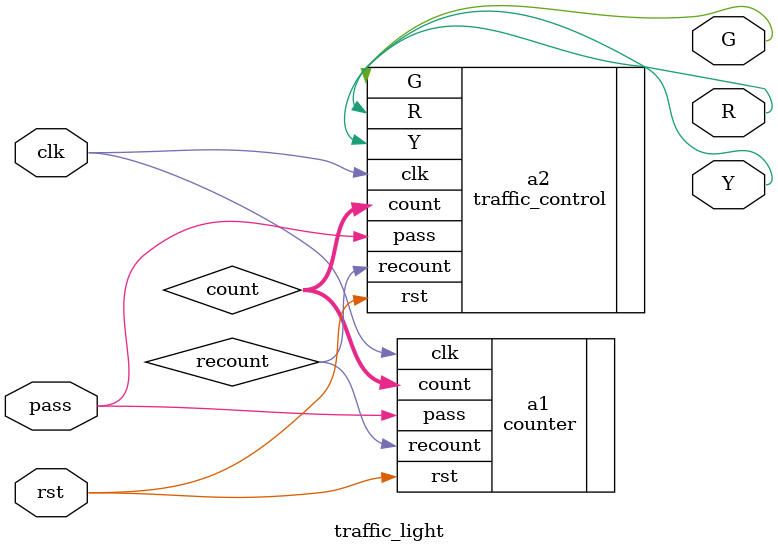
<source format=v>
module traffic_light (
    input  clk,
    input  rst,
    input  pass,
    output R,
    output G,
    output Y
);
wire recount;
wire [10:0] count;

counter a1(.clk(clk), .rst(rst), .pass(pass), .recount(recount), .count(count));
traffic_control a2(.clk(clk), .rst(rst), .pass(pass), .count(count), .R(R), .G(G), .Y(Y), .recount(recount));
endmodule
</source>
